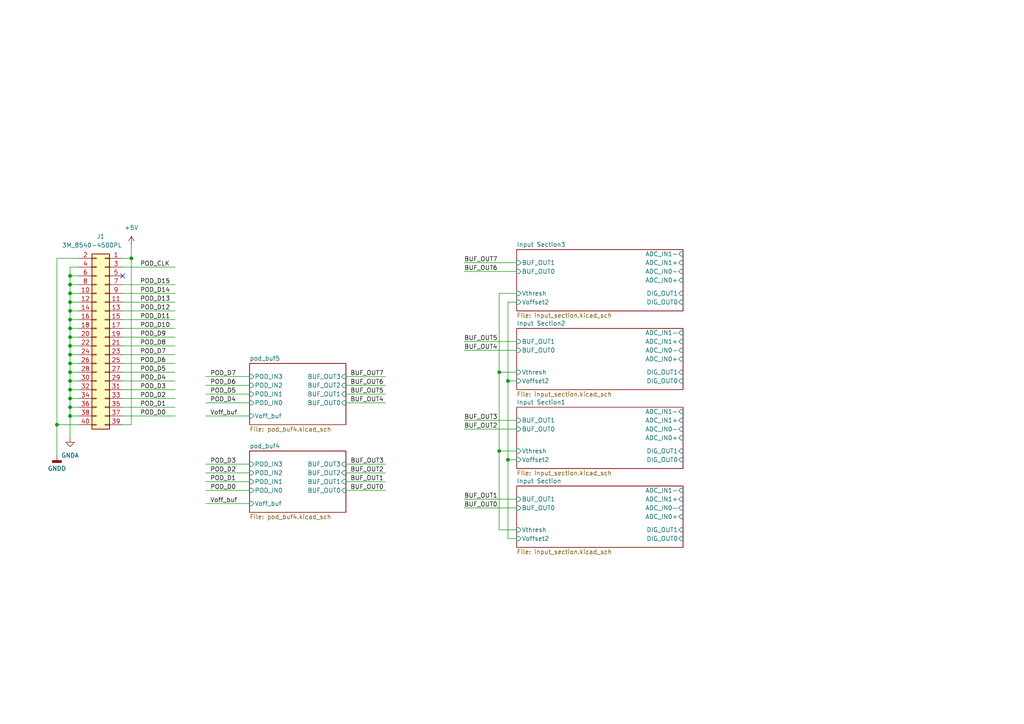
<source format=kicad_sch>
(kicad_sch (version 20230121) (generator eeschema)
  (paper "A4")
  (lib_symbols
    (symbol "logic_analyzer:3M_8540-4500PL" (pin_names (offset 1.016) hide)
      (property "Reference" "J" (at 1.27 25.4 0))
      (property "Value" "3M_8540-4500PL" (at 1.27 -27.94 0))
      (symbol "3M_8540-4500PL_1_1"
        (rectangle (start -1.27 -25.273) (end 0 -25.527) (stroke (width 0.1524)))
        (rectangle (start -1.27 -22.733) (end 0 -22.987) (stroke (width 0.1524)))
        (rectangle (start -1.27 -20.193) (end 0 -20.447) (stroke (width 0.1524)))
        (rectangle (start -1.27 -17.653) (end 0 -17.907) (stroke (width 0.1524)))
        (rectangle (start -1.27 -15.113) (end 0 -15.367) (stroke (width 0.1524)))
        (rectangle (start -1.27 -12.573) (end 0 -12.827) (stroke (width 0.1524)))
        (rectangle (start -1.27 -10.033) (end 0 -10.287) (stroke (width 0.1524)))
        (rectangle (start -1.27 -7.493) (end 0 -7.747) (stroke (width 0.1524)))
        (rectangle (start -1.27 -4.953) (end 0 -5.207) (stroke (width 0.1524)))
        (rectangle (start -1.27 -2.413) (end 0 -2.667) (stroke (width 0.1524)))
        (rectangle (start -1.27 0.127) (end 0 -0.127) (stroke (width 0.1524)))
        (rectangle (start -1.27 2.667) (end 0 2.413) (stroke (width 0.1524)))
        (rectangle (start -1.27 5.207) (end 0 4.953) (stroke (width 0.1524)))
        (rectangle (start -1.27 7.747) (end 0 7.493) (stroke (width 0.1524)))
        (rectangle (start -1.27 10.287) (end 0 10.033) (stroke (width 0.1524)))
        (rectangle (start -1.27 12.827) (end 0 12.573) (stroke (width 0.1524)))
        (rectangle (start -1.27 15.367) (end 0 15.113) (stroke (width 0.1524)))
        (rectangle (start -1.27 17.907) (end 0 17.653) (stroke (width 0.1524)))
        (rectangle (start -1.27 20.447) (end 0 20.193) (stroke (width 0.1524)))
        (rectangle (start -1.27 22.987) (end 0 22.733) (stroke (width 0.1524)))
        (rectangle (start -1.27 24.13) (end 3.81 -26.67) (stroke (width 0.254)) (fill (type background)))
        (rectangle (start 3.81 -25.273) (end 2.54 -25.527) (stroke (width 0.1524)))
        (rectangle (start 3.81 -22.733) (end 2.54 -22.987) (stroke (width 0.1524)))
        (rectangle (start 3.81 -20.193) (end 2.54 -20.447) (stroke (width 0.1524)))
        (rectangle (start 3.81 -17.653) (end 2.54 -17.907) (stroke (width 0.1524)))
        (rectangle (start 3.81 -15.113) (end 2.54 -15.367) (stroke (width 0.1524)))
        (rectangle (start 3.81 -12.573) (end 2.54 -12.827) (stroke (width 0.1524)))
        (rectangle (start 3.81 -10.033) (end 2.54 -10.287) (stroke (width 0.1524)))
        (rectangle (start 3.81 -7.493) (end 2.54 -7.747) (stroke (width 0.1524)))
        (rectangle (start 3.81 -4.953) (end 2.54 -5.207) (stroke (width 0.1524)))
        (rectangle (start 3.81 -2.413) (end 2.54 -2.667) (stroke (width 0.1524)))
        (rectangle (start 3.81 0.127) (end 2.54 -0.127) (stroke (width 0.1524)))
        (rectangle (start 3.81 2.667) (end 2.54 2.413) (stroke (width 0.1524)))
        (rectangle (start 3.81 5.207) (end 2.54 4.953) (stroke (width 0.1524)))
        (rectangle (start 3.81 7.747) (end 2.54 7.493) (stroke (width 0.1524)))
        (rectangle (start 3.81 10.287) (end 2.54 10.033) (stroke (width 0.1524)))
        (rectangle (start 3.81 12.827) (end 2.54 12.573) (stroke (width 0.1524)))
        (rectangle (start 3.81 15.367) (end 2.54 15.113) (stroke (width 0.1524)))
        (rectangle (start 3.81 17.907) (end 2.54 17.653) (stroke (width 0.1524)))
        (rectangle (start 3.81 20.447) (end 2.54 20.193) (stroke (width 0.1524)))
        (rectangle (start 3.81 22.987) (end 2.54 22.733) (stroke (width 0.1524)))
        (pin passive line (at 7.62 22.86 180) (length 3.81) (name "+5V") (number "1"))
        (pin passive line (at -5.08 12.7 0) (length 3.81) (name "GND") (number "10"))
        (pin passive line (at 7.62 10.16 180) (length 3.81) (name "D13") (number "11"))
        (pin passive line (at -5.08 10.16 0) (length 3.81) (name "GND") (number "12"))
        (pin passive line (at 7.62 7.62 180) (length 3.81) (name "D12") (number "13"))
        (pin passive line (at -5.08 7.62 0) (length 3.81) (name "GND") (number "14"))
        (pin passive line (at 7.62 5.08 180) (length 3.81) (name "D11") (number "15"))
        (pin passive line (at -5.08 5.08 0) (length 3.81) (name "GND") (number "16"))
        (pin passive line (at 7.62 2.54 180) (length 3.81) (name "D10") (number "17"))
        (pin passive line (at -5.08 2.54 0) (length 3.81) (name "GND") (number "18"))
        (pin passive line (at 7.62 0 180) (length 3.81) (name "D9") (number "19"))
        (pin passive line (at -5.08 22.86 0) (length 3.81) (name "PGND") (number "2"))
        (pin passive line (at -5.08 0 0) (length 3.81) (name "GND") (number "20"))
        (pin passive line (at 7.62 -2.54 180) (length 3.81) (name "D8") (number "21"))
        (pin passive line (at -5.08 -2.54 0) (length 3.81) (name "GND") (number "22"))
        (pin passive line (at 7.62 -5.08 180) (length 3.81) (name "D7") (number "23"))
        (pin passive line (at -5.08 -5.08 0) (length 3.81) (name "GND") (number "24"))
        (pin passive line (at 7.62 -7.62 180) (length 3.81) (name "D6") (number "25"))
        (pin passive line (at -5.08 -7.62 0) (length 3.81) (name "GND") (number "26"))
        (pin passive line (at 7.62 -10.16 180) (length 3.81) (name "D5") (number "27"))
        (pin passive line (at -5.08 -10.16 0) (length 3.81) (name "GND") (number "28"))
        (pin passive line (at 7.62 -12.7 180) (length 3.81) (name "D4") (number "29"))
        (pin passive line (at 7.62 20.32 180) (length 3.81) (name "CLOCK") (number "3"))
        (pin passive line (at -5.08 -12.7 0) (length 3.81) (name "GND") (number "30"))
        (pin passive line (at 7.62 -15.24 180) (length 3.81) (name "D3") (number "31"))
        (pin passive line (at -5.08 -15.24 0) (length 3.81) (name "GND") (number "32"))
        (pin passive line (at 7.62 -17.78 180) (length 3.81) (name "D2") (number "33"))
        (pin passive line (at -5.08 -17.78 0) (length 3.81) (name "GND") (number "34"))
        (pin passive line (at 7.62 -20.32 180) (length 3.81) (name "D1") (number "35"))
        (pin passive line (at -5.08 -20.32 0) (length 3.81) (name "GND") (number "36"))
        (pin passive line (at 7.62 -22.86 180) (length 3.81) (name "D0") (number "37"))
        (pin passive line (at -5.08 -22.86 0) (length 3.81) (name "GND") (number "38"))
        (pin passive line (at 7.62 -25.4 180) (length 3.81) (name "+5V") (number "39"))
        (pin passive line (at -5.08 20.32 0) (length 3.81) (name "GND") (number "4"))
        (pin passive line (at -5.08 -25.4 0) (length 3.81) (name "PGND") (number "40"))
        (pin passive line (at 7.62 17.78 180) (length 3.81) (name "DNC") (number "5"))
        (pin passive line (at -5.08 17.78 0) (length 3.81) (name "GND") (number "6"))
        (pin passive line (at 7.62 15.24 180) (length 3.81) (name "D15") (number "7"))
        (pin passive line (at -5.08 15.24 0) (length 3.81) (name "GND") (number "8"))
        (pin passive line (at 7.62 12.7 180) (length 3.81) (name "D14") (number "9"))
      )
    )
    (symbol "power:+5V" (power) (pin_names (offset 0))
      (property "Value" "+5V" (at 0 3.556 0))
      (symbol "+5V_0_1"
        (polyline (pts (xy -0.762 1.27) (xy 0 2.54)))
        (polyline (pts (xy 0 0) (xy 0 2.54)))
        (polyline (pts (xy 0 2.54) (xy 0.762 1.27)))
      )
      (symbol "+5V_1_1"
        (pin power_in line (at 0 0 90) (length 0) hide (name "+5V") (number "1"))
      )
    )
    (symbol "power:GNDA" (power) (pin_names (offset 0))
      (property "Value" "GNDA" (at 0 -3.81 0))
      (symbol "GNDA_0_1"
        (polyline (pts (xy 0 0) (xy 0 -1.27) (xy 1.27 -1.27) (xy 0 -2.54) (xy -1.27 -1.27) (xy 0 -1.27)))
      )
      (symbol "GNDA_1_1"
        (pin power_in line (at 0 0 270) (length 0) hide (name "GNDA") (number "1"))
      )
    )
    (symbol "power:GNDD" (power) (pin_names (offset 0))
      (property "Value" "GNDD" (at 0 -3.175 0))
      (symbol "GNDD_0_1"
        (rectangle (start -1.27 -1.524) (end 1.27 -2.032) (stroke (width 0.254)) (fill (type outline)))
        (polyline (pts (xy 0 0) (xy 0 -1.524)))
      )
      (symbol "GNDD_1_1"
        (pin power_in line (at 0 0 270) (length 0) hide (name "GNDD") (number "1"))
      )
    )
  )
  (junction (at 20.32 113.03))
  (junction (at 20.32 95.25))
  (junction (at 20.32 118.11))
  (junction (at 20.32 87.63))
  (junction (at 144.78 107.95))
  (junction (at 20.32 105.41))
  (junction (at 38.1 74.93))
  (junction (at 20.32 80.01))
  (junction (at 20.32 90.17))
  (junction (at 144.78 130.81))
  (junction (at 147.32 133.35))
  (junction (at 20.32 107.95))
  (junction (at 20.32 110.49))
  (junction (at 20.32 92.71))
  (junction (at 20.32 82.55))
  (junction (at 20.32 97.79))
  (junction (at 20.32 85.09))
  (junction (at 16.51 123.19))
  (junction (at 147.32 110.49))
  (junction (at 20.32 115.57))
  (junction (at 20.32 120.65))
  (junction (at 20.32 102.87))
  (junction (at 20.32 100.33))
  (no_connect (at 35.56 80.01))
  (wire (pts (xy 35.56 105.41) (xy 50.8 105.41)))
  (wire (pts (xy 20.32 110.49) (xy 22.86 110.49)))
  (wire (pts (xy 20.32 85.09) (xy 20.32 87.63)))
  (wire (pts (xy 20.32 100.33) (xy 20.32 102.87)))
  (wire (pts (xy 35.56 90.17) (xy 50.8 90.17)))
  (wire (pts (xy 147.32 133.35) (xy 149.86 133.35)))
  (wire (pts (xy 20.32 115.57) (xy 20.32 118.11)))
  (wire (pts (xy 59.69 109.22) (xy 72.39 109.22)))
  (wire (pts (xy 20.32 113.03) (xy 20.32 115.57)))
  (wire (pts (xy 20.32 97.79) (xy 22.86 97.79)))
  (wire (pts (xy 59.69 114.3) (xy 72.39 114.3)))
  (wire (pts (xy 100.33 111.76) (xy 111.76 111.76)))
  (wire (pts (xy 20.32 87.63) (xy 20.32 90.17)))
  (wire (pts (xy 59.69 142.24) (xy 72.39 142.24)))
  (wire (pts (xy 20.32 102.87) (xy 20.32 105.41)))
  (wire (pts (xy 20.32 92.71) (xy 22.86 92.71)))
  (wire (pts (xy 35.56 102.87) (xy 50.8 102.87)))
  (wire (pts (xy 144.78 85.09) (xy 149.86 85.09)))
  (wire (pts (xy 35.56 74.93) (xy 38.1 74.93)))
  (wire (pts (xy 38.1 74.93) (xy 38.1 123.19)))
  (wire (pts (xy 35.56 77.47) (xy 50.8 77.47)))
  (wire (pts (xy 100.33 116.84) (xy 111.76 116.84)))
  (wire (pts (xy 100.33 139.7) (xy 111.76 139.7)))
  (wire (pts (xy 20.32 102.87) (xy 22.86 102.87)))
  (wire (pts (xy 16.51 123.19) (xy 16.51 74.93)))
  (wire (pts (xy 35.56 120.65) (xy 50.8 120.65)))
  (wire (pts (xy 35.56 115.57) (xy 50.8 115.57)))
  (wire (pts (xy 144.78 153.67) (xy 144.78 130.81)))
  (wire (pts (xy 134.62 76.2) (xy 149.86 76.2)))
  (wire (pts (xy 22.86 123.19) (xy 16.51 123.19)))
  (wire (pts (xy 35.56 97.79) (xy 50.8 97.79)))
  (wire (pts (xy 38.1 71.12) (xy 38.1 74.93)))
  (wire (pts (xy 59.69 111.76) (xy 72.39 111.76)))
  (wire (pts (xy 22.86 77.47) (xy 20.32 77.47)))
  (wire (pts (xy 16.51 123.19) (xy 16.51 132.08)))
  (wire (pts (xy 35.56 85.09) (xy 50.8 85.09)))
  (wire (pts (xy 144.78 107.95) (xy 144.78 85.09)))
  (wire (pts (xy 149.86 156.21) (xy 147.32 156.21)))
  (wire (pts (xy 20.32 80.01) (xy 20.32 82.55)))
  (wire (pts (xy 134.62 124.46) (xy 149.86 124.46)))
  (wire (pts (xy 35.56 100.33) (xy 50.8 100.33)))
  (wire (pts (xy 20.32 90.17) (xy 20.32 92.71)))
  (wire (pts (xy 144.78 130.81) (xy 149.86 130.81)))
  (wire (pts (xy 20.32 118.11) (xy 22.86 118.11)))
  (wire (pts (xy 20.32 118.11) (xy 20.32 120.65)))
  (wire (pts (xy 35.56 123.19) (xy 38.1 123.19)))
  (wire (pts (xy 20.32 95.25) (xy 22.86 95.25)))
  (wire (pts (xy 20.32 92.71) (xy 20.32 95.25)))
  (wire (pts (xy 100.33 114.3) (xy 111.76 114.3)))
  (wire (pts (xy 20.32 120.65) (xy 22.86 120.65)))
  (wire (pts (xy 35.56 92.71) (xy 50.8 92.71)))
  (wire (pts (xy 20.32 77.47) (xy 20.32 80.01)))
  (wire (pts (xy 20.32 82.55) (xy 22.86 82.55)))
  (wire (pts (xy 59.69 137.16) (xy 72.39 137.16)))
  (wire (pts (xy 59.69 120.65) (xy 72.39 120.65)))
  (wire (pts (xy 134.62 147.32) (xy 149.86 147.32)))
  (wire (pts (xy 134.62 78.74) (xy 149.86 78.74)))
  (wire (pts (xy 147.32 87.63) (xy 149.86 87.63)))
  (wire (pts (xy 147.32 156.21) (xy 147.32 133.35)))
  (wire (pts (xy 147.32 110.49) (xy 147.32 87.63)))
  (wire (pts (xy 100.33 109.22) (xy 111.76 109.22)))
  (wire (pts (xy 20.32 105.41) (xy 22.86 105.41)))
  (wire (pts (xy 134.62 144.78) (xy 149.86 144.78)))
  (wire (pts (xy 147.32 110.49) (xy 147.32 133.35)))
  (wire (pts (xy 20.32 97.79) (xy 20.32 100.33)))
  (wire (pts (xy 149.86 110.49) (xy 147.32 110.49)))
  (wire (pts (xy 20.32 110.49) (xy 20.32 113.03)))
  (wire (pts (xy 35.56 82.55) (xy 50.8 82.55)))
  (wire (pts (xy 20.32 85.09) (xy 22.86 85.09)))
  (wire (pts (xy 59.69 139.7) (xy 72.39 139.7)))
  (wire (pts (xy 20.32 105.41) (xy 20.32 107.95)))
  (wire (pts (xy 134.62 99.06) (xy 149.86 99.06)))
  (wire (pts (xy 100.33 134.62) (xy 111.76 134.62)))
  (wire (pts (xy 20.32 113.03) (xy 22.86 113.03)))
  (wire (pts (xy 20.32 95.25) (xy 20.32 97.79)))
  (wire (pts (xy 59.69 134.62) (xy 72.39 134.62)))
  (wire (pts (xy 20.32 82.55) (xy 20.32 85.09)))
  (wire (pts (xy 144.78 107.95) (xy 149.86 107.95)))
  (wire (pts (xy 20.32 107.95) (xy 22.86 107.95)))
  (wire (pts (xy 16.51 74.93) (xy 22.86 74.93)))
  (wire (pts (xy 20.32 90.17) (xy 22.86 90.17)))
  (wire (pts (xy 134.62 121.92) (xy 149.86 121.92)))
  (wire (pts (xy 20.32 100.33) (xy 22.86 100.33)))
  (wire (pts (xy 35.56 87.63) (xy 50.8 87.63)))
  (wire (pts (xy 35.56 113.03) (xy 50.8 113.03)))
  (wire (pts (xy 20.32 115.57) (xy 22.86 115.57)))
  (wire (pts (xy 59.69 146.05) (xy 72.39 146.05)))
  (wire (pts (xy 35.56 95.25) (xy 50.8 95.25)))
  (wire (pts (xy 100.33 142.24) (xy 111.76 142.24)))
  (wire (pts (xy 20.32 120.65) (xy 20.32 127)))
  (wire (pts (xy 35.56 107.95) (xy 50.8 107.95)))
  (wire (pts (xy 20.32 80.01) (xy 22.86 80.01)))
  (wire (pts (xy 134.62 101.6) (xy 149.86 101.6)))
  (wire (pts (xy 35.56 110.49) (xy 50.8 110.49)))
  (wire (pts (xy 35.56 118.11) (xy 50.8 118.11)))
  (wire (pts (xy 59.69 116.84) (xy 72.39 116.84)))
  (wire (pts (xy 20.32 87.63) (xy 22.86 87.63)))
  (wire (pts (xy 20.32 107.95) (xy 20.32 110.49)))
  (wire (pts (xy 144.78 107.95) (xy 144.78 130.81)))
  (wire (pts (xy 144.78 153.67) (xy 149.86 153.67)))
  (wire (pts (xy 100.33 137.16) (xy 111.76 137.16)))
  (label "POD_D4" (at 40.64 110.49 0))
  (label "POD_D12" (at 40.64 90.17 0))
  (label "POD_D10" (at 40.64 95.25 0))
  (label "POD_D1" (at 60.96 139.7 0))
  (label "POD_D5" (at 60.96 114.3 0))
  (label "BUF_OUT6" (at 101.6 111.76 0))
  (label "POD_D3" (at 40.64 113.03 0))
  (label "Voff_buf" (at 60.96 120.65 0))
  (label "POD_D14" (at 40.64 85.09 0))
  (label "BUF_OUT3" (at 101.64 134.62 0))
  (label "POD_D7" (at 40.64 102.87 0))
  (label "POD_D11" (at 40.64 92.71 0))
  (label "POD_D2" (at 60.96 137.16 0))
  (label "BUF_OUT6" (at 134.62 78.74 0))
  (label "POD_D0" (at 60.96 142.24 0))
  (label "Voff_buf" (at 60.96 146.05 0))
  (label "POD_D15" (at 40.64 82.55 0))
  (label "BUF_OUT5" (at 101.6 114.3 0))
  (label "BUF_OUT3" (at 134.62 121.92 0))
  (label "BUF_OUT1" (at 101.6 139.7 0))
  (label "POD_D4" (at 60.96 116.84 0))
  (label "POD_D1" (at 40.64 118.11 0))
  (label "POD_D6" (at 40.64 105.41 0))
  (label "BUF_OUT1" (at 134.62 144.78 0))
  (label "BUF_OUT7" (at 101.6 109.22 0))
  (label "BUF_OUT5" (at 134.62 99.06 0))
  (label "BUF_OUT4" (at 134.62 101.6 0))
  (label "POD_D13" (at 40.64 87.63 0))
  (label "BUF_OUT0" (at 134.62 147.32 0))
  (label "POD_D8" (at 40.64 100.33 0))
  (label "BUF_OUT0" (at 101.6 142.24 0))
  (label "POD_D5" (at 40.64 107.95 0))
  (label "BUF_OUT7" (at 134.62 76.2 0))
  (label "POD_D3" (at 60.96 134.62 0))
  (label "POD_D2" (at 40.64 115.57 0))
  (label "POD_D9" (at 40.64 97.79 0))
  (label "POD_D6" (at 60.96 111.76 0))
  (label "POD_D7" (at 60.96 109.22 0))
  (label "BUF_OUT2" (at 101.6 137.16 0))
  (label "BUF_OUT2" (at 134.62 124.46 0))
  (label "POD_D0" (at 40.64 120.65 0))
  (label "POD_CLK" (at 40.64 77.47 0))
  (label "BUF_OUT4" (at 101.6 116.84 0))
  (symbol (lib_id "power:GNDA") (at 20.32 127 0) (unit 1)
    (property "Reference" "#PWR02" (effects hide))
    (property "Value" "GNDA" (at 20.32 132.08 0))
  )
  (symbol (lib_id "power:GNDD") (at 16.51 132.08 0) (unit 1)
    (property "Reference" "#PWR01" (effects hide))
    (property "Value" "GNDD" (at 16.51 135.89 0))
  )
  (symbol (lib_id "power:+5V") (at 38.1 71.12 0) (unit 1)
    (property "Reference" "#PWR03" (effects hide))
    (property "Value" "+5V" (at 38.1 66.04 0))
  )
  (symbol (lib_id "logic_analyzer:3M_8540-4500PL") (at 27.94 97.79 0) (unit 1)
    (property "Reference" "J1" (at 29.21 68.58 0))
    (property "Value" "3M_8540-4500PL" (at 26.67 71.12 0))
    (property "Footprint" "logic_analyzer:3M_8540-4500PL" (effects hide))
    (property "Datasheet" "https://multimedia.3m.com/mws/media/22252O/3mtm-100-in-plr-bmskt-100x-100ctrbmp-strt-sldr-tls-ts0413.pdf" (effects hide))
  )
  (sheet (at 149.86 140.97) (size 48.26 17.78) (stroke (width 0.1524))
    (property "Sheetname" "Input Section" (at 149.86 140.2584 0) (effects (justify left bottom)))
    (property "Sheetfile" "input_section.kicad_sch" (at 149.86 159.3346 0) (effects (justify left top)))
    (pin "Vthresh" input (at 149.86 153.67 180))
    (pin "DIG_OUT1" input (at 198.12 153.67 0))
    (pin "BUF_OUT0" input (at 149.86 147.32 180))
    (pin "Voffset2" input (at 149.86 156.21 180))
    (pin "BUF_OUT1" input (at 149.86 144.78 180))
    (pin "ADC_IN1+" input (at 198.12 144.78 0))
    (pin "ADC_IN1-" input (at 198.12 142.24 0))
    (pin "ADC_IN0-" input (at 198.12 147.32 0))
    (pin "ADC_IN0+" input (at 198.12 149.86 0))
    (pin "DIG_OUT0" input (at 198.12 156.21 0))
  )
  (sheet (at 149.86 72.39) (size 48.26 17.78) (stroke (width 0.1524))
    (property "Sheetname" "Input Section3" (at 149.86 71.6784 0) (effects (justify left bottom)))
    (property "Sheetfile" "input_section.kicad_sch" (at 149.86 90.7546 0) (effects (justify left top)))
    (pin "Vthresh" input (at 149.86 85.09 180))
    (pin "DIG_OUT1" input (at 198.12 85.09 0))
    (pin "BUF_OUT0" input (at 149.86 78.74 180))
    (pin "Voffset2" input (at 149.86 87.63 180))
    (pin "BUF_OUT1" input (at 149.86 76.2 180))
    (pin "ADC_IN1+" input (at 198.12 76.2 0))
    (pin "ADC_IN1-" input (at 198.12 73.66 0))
    (pin "ADC_IN0-" input (at 198.12 78.74 0))
    (pin "ADC_IN0+" input (at 198.12 81.28 0))
    (pin "DIG_OUT0" input (at 198.12 87.63 0))
  )
  (sheet (at 149.86 118.11) (size 48.26 17.78) (stroke (width 0.1524))
    (property "Sheetname" "Input Section1" (at 149.86 117.3984 0) (effects (justify left bottom)))
    (property "Sheetfile" "input_section.kicad_sch" (at 149.86 136.4746 0) (effects (justify left top)))
    (pin "Vthresh" input (at 149.86 130.81 180))
    (pin "DIG_OUT1" input (at 198.12 130.81 0))
    (pin "BUF_OUT0" input (at 149.86 124.46 180))
    (pin "Voffset2" input (at 149.86 133.35 180))
    (pin "BUF_OUT1" input (at 149.86 121.92 180))
    (pin "ADC_IN1+" input (at 198.12 121.92 0))
    (pin "ADC_IN1-" input (at 198.12 119.38 0))
    (pin "ADC_IN0-" input (at 198.12 124.46 0))
    (pin "ADC_IN0+" input (at 198.12 127 0))
    (pin "DIG_OUT0" input (at 198.12 133.35 0))
  )
  (sheet (at 72.39 130.81) (size 27.94 17.78) (stroke (width 0.1524))
    (property "Sheetname" "pod_buf4" (at 72.39 130.0984 0) (effects (justify left bottom)))
    (property "Sheetfile" "pod_buf4.kicad_sch" (at 72.39 149.1746 0) (effects (justify left top)))
    (pin "POD_IN0" input (at 72.39 142.24 180))
    (pin "POD_IN3" input (at 72.39 134.62 180))
    (pin "POD_IN1" input (at 72.39 139.7 180))
    (pin "POD_IN2" input (at 72.39 137.16 180))
    (pin "Voff_buf" input (at 72.39 146.05 180))
    (pin "BUF_OUT2" input (at 100.33 137.16 0))
    (pin "BUF_OUT3" input (at 100.33 134.62 0))
    (pin "BUF_OUT1" input (at 100.33 139.7 0))
    (pin "BUF_OUT0" input (at 100.33 142.24 0))
  )
  (sheet (at 149.86 95.25) (size 48.26 17.78) (stroke (width 0.1524))
    (property "Sheetname" "Input Section2" (at 149.86 94.5384 0) (effects (justify left bottom)))
    (property "Sheetfile" "input_section.kicad_sch" (at 149.86 113.6146 0) (effects (justify left top)))
    (pin "Vthresh" input (at 149.86 107.95 180))
    (pin "DIG_OUT1" input (at 198.12 107.95 0))
    (pin "BUF_OUT0" input (at 149.86 101.6 180))
    (pin "Voffset2" input (at 149.86 110.49 180))
    (pin "BUF_OUT1" input (at 149.86 99.06 180))
    (pin "ADC_IN1+" input (at 198.12 99.06 0))
    (pin "ADC_IN1-" input (at 198.12 96.52 0))
    (pin "ADC_IN0-" input (at 198.12 101.6 0))
    (pin "ADC_IN0+" input (at 198.12 104.14 0))
    (pin "DIG_OUT0" input (at 198.12 110.49 0))
  )
  (sheet (at 72.39 105.41) (size 27.94 17.78) (stroke (width 0.1524))
    (property "Sheetname" "pod_buf5" (at 72.39 104.6984 0) (effects (justify left bottom)))
    (property "Sheetfile" "pod_buf4.kicad_sch" (at 72.39 123.7746 0) (effects (justify left top)))
    (pin "POD_IN0" input (at 72.39 116.84 180))
    (pin "POD_IN3" input (at 72.39 109.22 180))
    (pin "POD_IN1" input (at 72.39 114.3 180))
    (pin "POD_IN2" input (at 72.39 111.76 180))
    (pin "Voff_buf" input (at 72.39 120.65 180))
    (pin "BUF_OUT2" input (at 100.33 111.76 0))
    (pin "BUF_OUT3" input (at 100.33 109.22 0))
    (pin "BUF_OUT1" input (at 100.33 114.3 0))
    (pin "BUF_OUT0" input (at 100.33 116.84 0))
  )
)
</source>
